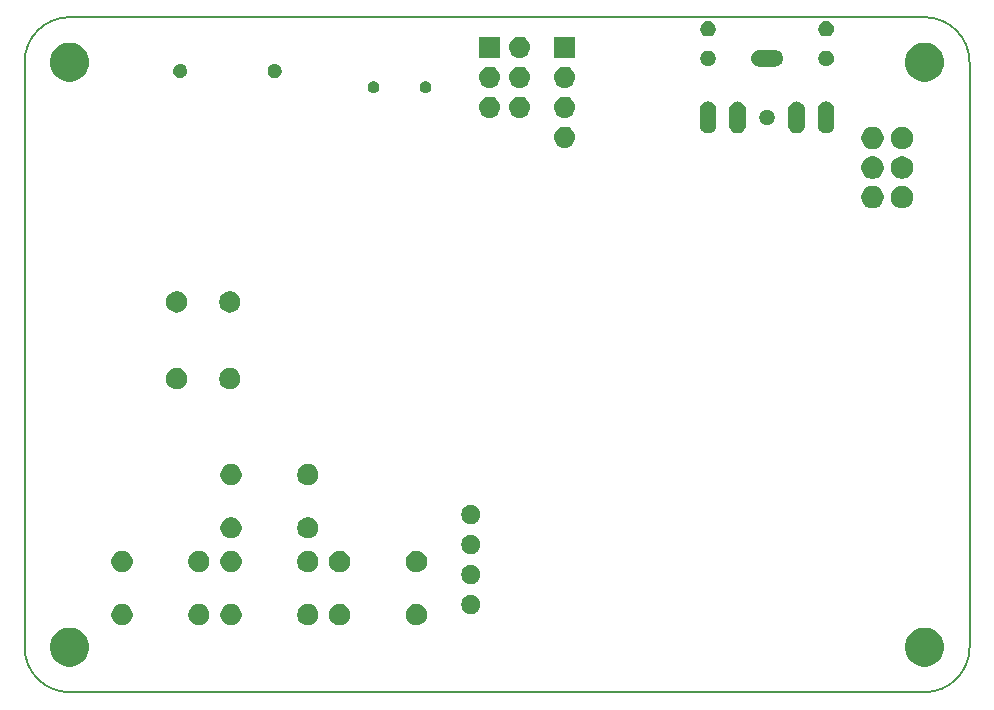
<source format=gbr>
%TF.GenerationSoftware,KiCad,Pcbnew,(5.1.4-0-10_14)*%
%TF.CreationDate,2019-10-07T11:49:19-07:00*%
%TF.ProjectId,OPL3_VGM_Player,4f504c33-5f56-4474-9d5f-506c61796572,rev?*%
%TF.SameCoordinates,Original*%
%TF.FileFunction,Soldermask,Bot*%
%TF.FilePolarity,Negative*%
%FSLAX46Y46*%
G04 Gerber Fmt 4.6, Leading zero omitted, Abs format (unit mm)*
G04 Created by KiCad (PCBNEW (5.1.4-0-10_14)) date 2019-10-07 11:49:19*
%MOMM*%
%LPD*%
G04 APERTURE LIST*
%ADD10C,0.150000*%
G04 APERTURE END LIST*
D10*
X153670000Y-140970000D02*
X226060000Y-140970000D01*
X149860000Y-87630000D02*
X149860000Y-137160000D01*
X226060000Y-83820000D02*
X153670000Y-83820000D01*
X229870000Y-137160000D02*
X229870000Y-87630000D01*
X229870000Y-137160000D02*
G75*
G02X226060000Y-140970000I-3810000J0D01*
G01*
X153670000Y-140970000D02*
G75*
G02X149860000Y-137160000I0J3810000D01*
G01*
X149860000Y-87630000D02*
G75*
G02X153670000Y-83820000I3810000J0D01*
G01*
X226060000Y-83820000D02*
G75*
G02X229870000Y-87630000I0J-3810000D01*
G01*
G36*
X226435256Y-135551298D02*
G01*
X226541579Y-135572447D01*
X226842042Y-135696903D01*
X227112451Y-135877585D01*
X227342415Y-136107549D01*
X227523097Y-136377958D01*
X227647553Y-136678421D01*
X227711000Y-136997391D01*
X227711000Y-137322609D01*
X227647553Y-137641579D01*
X227523097Y-137942042D01*
X227342415Y-138212451D01*
X227112451Y-138442415D01*
X226842042Y-138623097D01*
X226541579Y-138747553D01*
X226435256Y-138768702D01*
X226222611Y-138811000D01*
X225897389Y-138811000D01*
X225684744Y-138768702D01*
X225578421Y-138747553D01*
X225277958Y-138623097D01*
X225007549Y-138442415D01*
X224777585Y-138212451D01*
X224596903Y-137942042D01*
X224472447Y-137641579D01*
X224409000Y-137322609D01*
X224409000Y-136997391D01*
X224472447Y-136678421D01*
X224596903Y-136377958D01*
X224777585Y-136107549D01*
X225007549Y-135877585D01*
X225277958Y-135696903D01*
X225578421Y-135572447D01*
X225684744Y-135551298D01*
X225897389Y-135509000D01*
X226222611Y-135509000D01*
X226435256Y-135551298D01*
X226435256Y-135551298D01*
G37*
G36*
X154045256Y-135551298D02*
G01*
X154151579Y-135572447D01*
X154452042Y-135696903D01*
X154722451Y-135877585D01*
X154952415Y-136107549D01*
X155133097Y-136377958D01*
X155257553Y-136678421D01*
X155321000Y-136997391D01*
X155321000Y-137322609D01*
X155257553Y-137641579D01*
X155133097Y-137942042D01*
X154952415Y-138212451D01*
X154722451Y-138442415D01*
X154452042Y-138623097D01*
X154151579Y-138747553D01*
X154045256Y-138768702D01*
X153832611Y-138811000D01*
X153507389Y-138811000D01*
X153294744Y-138768702D01*
X153188421Y-138747553D01*
X152887958Y-138623097D01*
X152617549Y-138442415D01*
X152387585Y-138212451D01*
X152206903Y-137942042D01*
X152082447Y-137641579D01*
X152019000Y-137322609D01*
X152019000Y-136997391D01*
X152082447Y-136678421D01*
X152206903Y-136377958D01*
X152387585Y-136107549D01*
X152617549Y-135877585D01*
X152887958Y-135696903D01*
X153188421Y-135572447D01*
X153294744Y-135551298D01*
X153507389Y-135509000D01*
X153832611Y-135509000D01*
X154045256Y-135551298D01*
X154045256Y-135551298D01*
G37*
G36*
X183143512Y-133512227D02*
G01*
X183292812Y-133541924D01*
X183456784Y-133609844D01*
X183604354Y-133708447D01*
X183729853Y-133833946D01*
X183828456Y-133981516D01*
X183896376Y-134145488D01*
X183931000Y-134319559D01*
X183931000Y-134497041D01*
X183896376Y-134671112D01*
X183828456Y-134835084D01*
X183729853Y-134982654D01*
X183604354Y-135108153D01*
X183456784Y-135206756D01*
X183292812Y-135274676D01*
X183143512Y-135304373D01*
X183118742Y-135309300D01*
X182941258Y-135309300D01*
X182916488Y-135304373D01*
X182767188Y-135274676D01*
X182603216Y-135206756D01*
X182455646Y-135108153D01*
X182330147Y-134982654D01*
X182231544Y-134835084D01*
X182163624Y-134671112D01*
X182129000Y-134497041D01*
X182129000Y-134319559D01*
X182163624Y-134145488D01*
X182231544Y-133981516D01*
X182330147Y-133833946D01*
X182455646Y-133708447D01*
X182603216Y-133609844D01*
X182767188Y-133541924D01*
X182916488Y-133512227D01*
X182941258Y-133507300D01*
X183118742Y-133507300D01*
X183143512Y-133512227D01*
X183143512Y-133512227D01*
G37*
G36*
X176643512Y-133512227D02*
G01*
X176792812Y-133541924D01*
X176956784Y-133609844D01*
X177104354Y-133708447D01*
X177229853Y-133833946D01*
X177328456Y-133981516D01*
X177396376Y-134145488D01*
X177431000Y-134319559D01*
X177431000Y-134497041D01*
X177396376Y-134671112D01*
X177328456Y-134835084D01*
X177229853Y-134982654D01*
X177104354Y-135108153D01*
X176956784Y-135206756D01*
X176792812Y-135274676D01*
X176643512Y-135304373D01*
X176618742Y-135309300D01*
X176441258Y-135309300D01*
X176416488Y-135304373D01*
X176267188Y-135274676D01*
X176103216Y-135206756D01*
X175955646Y-135108153D01*
X175830147Y-134982654D01*
X175731544Y-134835084D01*
X175663624Y-134671112D01*
X175629000Y-134497041D01*
X175629000Y-134319559D01*
X175663624Y-134145488D01*
X175731544Y-133981516D01*
X175830147Y-133833946D01*
X175955646Y-133708447D01*
X176103216Y-133609844D01*
X176267188Y-133541924D01*
X176416488Y-133512227D01*
X176441258Y-133507300D01*
X176618742Y-133507300D01*
X176643512Y-133512227D01*
X176643512Y-133512227D01*
G37*
G36*
X173948712Y-133512227D02*
G01*
X174098012Y-133541924D01*
X174261984Y-133609844D01*
X174409554Y-133708447D01*
X174535053Y-133833946D01*
X174633656Y-133981516D01*
X174701576Y-134145488D01*
X174736200Y-134319559D01*
X174736200Y-134497041D01*
X174701576Y-134671112D01*
X174633656Y-134835084D01*
X174535053Y-134982654D01*
X174409554Y-135108153D01*
X174261984Y-135206756D01*
X174098012Y-135274676D01*
X173948712Y-135304373D01*
X173923942Y-135309300D01*
X173746458Y-135309300D01*
X173721688Y-135304373D01*
X173572388Y-135274676D01*
X173408416Y-135206756D01*
X173260846Y-135108153D01*
X173135347Y-134982654D01*
X173036744Y-134835084D01*
X172968824Y-134671112D01*
X172934200Y-134497041D01*
X172934200Y-134319559D01*
X172968824Y-134145488D01*
X173036744Y-133981516D01*
X173135347Y-133833946D01*
X173260846Y-133708447D01*
X173408416Y-133609844D01*
X173572388Y-133541924D01*
X173721688Y-133512227D01*
X173746458Y-133507300D01*
X173923942Y-133507300D01*
X173948712Y-133512227D01*
X173948712Y-133512227D01*
G37*
G36*
X167448712Y-133512227D02*
G01*
X167598012Y-133541924D01*
X167761984Y-133609844D01*
X167909554Y-133708447D01*
X168035053Y-133833946D01*
X168133656Y-133981516D01*
X168201576Y-134145488D01*
X168236200Y-134319559D01*
X168236200Y-134497041D01*
X168201576Y-134671112D01*
X168133656Y-134835084D01*
X168035053Y-134982654D01*
X167909554Y-135108153D01*
X167761984Y-135206756D01*
X167598012Y-135274676D01*
X167448712Y-135304373D01*
X167423942Y-135309300D01*
X167246458Y-135309300D01*
X167221688Y-135304373D01*
X167072388Y-135274676D01*
X166908416Y-135206756D01*
X166760846Y-135108153D01*
X166635347Y-134982654D01*
X166536744Y-134835084D01*
X166468824Y-134671112D01*
X166434200Y-134497041D01*
X166434200Y-134319559D01*
X166468824Y-134145488D01*
X166536744Y-133981516D01*
X166635347Y-133833946D01*
X166760846Y-133708447D01*
X166908416Y-133609844D01*
X167072388Y-133541924D01*
X167221688Y-133512227D01*
X167246458Y-133507300D01*
X167423942Y-133507300D01*
X167448712Y-133512227D01*
X167448712Y-133512227D01*
G37*
G36*
X164728512Y-133512227D02*
G01*
X164877812Y-133541924D01*
X165041784Y-133609844D01*
X165189354Y-133708447D01*
X165314853Y-133833946D01*
X165413456Y-133981516D01*
X165481376Y-134145488D01*
X165516000Y-134319559D01*
X165516000Y-134497041D01*
X165481376Y-134671112D01*
X165413456Y-134835084D01*
X165314853Y-134982654D01*
X165189354Y-135108153D01*
X165041784Y-135206756D01*
X164877812Y-135274676D01*
X164728512Y-135304373D01*
X164703742Y-135309300D01*
X164526258Y-135309300D01*
X164501488Y-135304373D01*
X164352188Y-135274676D01*
X164188216Y-135206756D01*
X164040646Y-135108153D01*
X163915147Y-134982654D01*
X163816544Y-134835084D01*
X163748624Y-134671112D01*
X163714000Y-134497041D01*
X163714000Y-134319559D01*
X163748624Y-134145488D01*
X163816544Y-133981516D01*
X163915147Y-133833946D01*
X164040646Y-133708447D01*
X164188216Y-133609844D01*
X164352188Y-133541924D01*
X164501488Y-133512227D01*
X164526258Y-133507300D01*
X164703742Y-133507300D01*
X164728512Y-133512227D01*
X164728512Y-133512227D01*
G37*
G36*
X158228512Y-133512227D02*
G01*
X158377812Y-133541924D01*
X158541784Y-133609844D01*
X158689354Y-133708447D01*
X158814853Y-133833946D01*
X158913456Y-133981516D01*
X158981376Y-134145488D01*
X159016000Y-134319559D01*
X159016000Y-134497041D01*
X158981376Y-134671112D01*
X158913456Y-134835084D01*
X158814853Y-134982654D01*
X158689354Y-135108153D01*
X158541784Y-135206756D01*
X158377812Y-135274676D01*
X158228512Y-135304373D01*
X158203742Y-135309300D01*
X158026258Y-135309300D01*
X158001488Y-135304373D01*
X157852188Y-135274676D01*
X157688216Y-135206756D01*
X157540646Y-135108153D01*
X157415147Y-134982654D01*
X157316544Y-134835084D01*
X157248624Y-134671112D01*
X157214000Y-134497041D01*
X157214000Y-134319559D01*
X157248624Y-134145488D01*
X157316544Y-133981516D01*
X157415147Y-133833946D01*
X157540646Y-133708447D01*
X157688216Y-133609844D01*
X157852188Y-133541924D01*
X158001488Y-133512227D01*
X158026258Y-133507300D01*
X158203742Y-133507300D01*
X158228512Y-133512227D01*
X158228512Y-133512227D01*
G37*
G36*
X187885742Y-132758242D02*
G01*
X188033701Y-132819529D01*
X188166855Y-132908499D01*
X188280101Y-133021745D01*
X188369071Y-133154899D01*
X188430358Y-133302858D01*
X188461600Y-133459925D01*
X188461600Y-133620075D01*
X188430358Y-133777142D01*
X188369071Y-133925101D01*
X188280101Y-134058255D01*
X188166855Y-134171501D01*
X188033701Y-134260471D01*
X187885742Y-134321758D01*
X187728675Y-134353000D01*
X187568525Y-134353000D01*
X187411458Y-134321758D01*
X187263499Y-134260471D01*
X187130345Y-134171501D01*
X187017099Y-134058255D01*
X186928129Y-133925101D01*
X186866842Y-133777142D01*
X186835600Y-133620075D01*
X186835600Y-133459925D01*
X186866842Y-133302858D01*
X186928129Y-133154899D01*
X187017099Y-133021745D01*
X187130345Y-132908499D01*
X187263499Y-132819529D01*
X187411458Y-132758242D01*
X187568525Y-132727000D01*
X187728675Y-132727000D01*
X187885742Y-132758242D01*
X187885742Y-132758242D01*
G37*
G36*
X187885742Y-130218242D02*
G01*
X188033701Y-130279529D01*
X188166855Y-130368499D01*
X188280101Y-130481745D01*
X188369071Y-130614899D01*
X188430358Y-130762858D01*
X188461600Y-130919925D01*
X188461600Y-131080075D01*
X188430358Y-131237142D01*
X188369071Y-131385101D01*
X188280101Y-131518255D01*
X188166855Y-131631501D01*
X188033701Y-131720471D01*
X187885742Y-131781758D01*
X187728675Y-131813000D01*
X187568525Y-131813000D01*
X187411458Y-131781758D01*
X187263499Y-131720471D01*
X187130345Y-131631501D01*
X187017099Y-131518255D01*
X186928129Y-131385101D01*
X186866842Y-131237142D01*
X186835600Y-131080075D01*
X186835600Y-130919925D01*
X186866842Y-130762858D01*
X186928129Y-130614899D01*
X187017099Y-130481745D01*
X187130345Y-130368499D01*
X187263499Y-130279529D01*
X187411458Y-130218242D01*
X187568525Y-130187000D01*
X187728675Y-130187000D01*
X187885742Y-130218242D01*
X187885742Y-130218242D01*
G37*
G36*
X158228512Y-129012227D02*
G01*
X158377812Y-129041924D01*
X158541784Y-129109844D01*
X158689354Y-129208447D01*
X158814853Y-129333946D01*
X158913456Y-129481516D01*
X158981376Y-129645488D01*
X159016000Y-129819559D01*
X159016000Y-129997041D01*
X158981376Y-130171112D01*
X158913456Y-130335084D01*
X158814853Y-130482654D01*
X158689354Y-130608153D01*
X158541784Y-130706756D01*
X158377812Y-130774676D01*
X158228512Y-130804373D01*
X158203742Y-130809300D01*
X158026258Y-130809300D01*
X158001488Y-130804373D01*
X157852188Y-130774676D01*
X157688216Y-130706756D01*
X157540646Y-130608153D01*
X157415147Y-130482654D01*
X157316544Y-130335084D01*
X157248624Y-130171112D01*
X157214000Y-129997041D01*
X157214000Y-129819559D01*
X157248624Y-129645488D01*
X157316544Y-129481516D01*
X157415147Y-129333946D01*
X157540646Y-129208447D01*
X157688216Y-129109844D01*
X157852188Y-129041924D01*
X158001488Y-129012227D01*
X158026258Y-129007300D01*
X158203742Y-129007300D01*
X158228512Y-129012227D01*
X158228512Y-129012227D01*
G37*
G36*
X164728512Y-129012227D02*
G01*
X164877812Y-129041924D01*
X165041784Y-129109844D01*
X165189354Y-129208447D01*
X165314853Y-129333946D01*
X165413456Y-129481516D01*
X165481376Y-129645488D01*
X165516000Y-129819559D01*
X165516000Y-129997041D01*
X165481376Y-130171112D01*
X165413456Y-130335084D01*
X165314853Y-130482654D01*
X165189354Y-130608153D01*
X165041784Y-130706756D01*
X164877812Y-130774676D01*
X164728512Y-130804373D01*
X164703742Y-130809300D01*
X164526258Y-130809300D01*
X164501488Y-130804373D01*
X164352188Y-130774676D01*
X164188216Y-130706756D01*
X164040646Y-130608153D01*
X163915147Y-130482654D01*
X163816544Y-130335084D01*
X163748624Y-130171112D01*
X163714000Y-129997041D01*
X163714000Y-129819559D01*
X163748624Y-129645488D01*
X163816544Y-129481516D01*
X163915147Y-129333946D01*
X164040646Y-129208447D01*
X164188216Y-129109844D01*
X164352188Y-129041924D01*
X164501488Y-129012227D01*
X164526258Y-129007300D01*
X164703742Y-129007300D01*
X164728512Y-129012227D01*
X164728512Y-129012227D01*
G37*
G36*
X183143512Y-129012227D02*
G01*
X183292812Y-129041924D01*
X183456784Y-129109844D01*
X183604354Y-129208447D01*
X183729853Y-129333946D01*
X183828456Y-129481516D01*
X183896376Y-129645488D01*
X183931000Y-129819559D01*
X183931000Y-129997041D01*
X183896376Y-130171112D01*
X183828456Y-130335084D01*
X183729853Y-130482654D01*
X183604354Y-130608153D01*
X183456784Y-130706756D01*
X183292812Y-130774676D01*
X183143512Y-130804373D01*
X183118742Y-130809300D01*
X182941258Y-130809300D01*
X182916488Y-130804373D01*
X182767188Y-130774676D01*
X182603216Y-130706756D01*
X182455646Y-130608153D01*
X182330147Y-130482654D01*
X182231544Y-130335084D01*
X182163624Y-130171112D01*
X182129000Y-129997041D01*
X182129000Y-129819559D01*
X182163624Y-129645488D01*
X182231544Y-129481516D01*
X182330147Y-129333946D01*
X182455646Y-129208447D01*
X182603216Y-129109844D01*
X182767188Y-129041924D01*
X182916488Y-129012227D01*
X182941258Y-129007300D01*
X183118742Y-129007300D01*
X183143512Y-129012227D01*
X183143512Y-129012227D01*
G37*
G36*
X176643512Y-129012227D02*
G01*
X176792812Y-129041924D01*
X176956784Y-129109844D01*
X177104354Y-129208447D01*
X177229853Y-129333946D01*
X177328456Y-129481516D01*
X177396376Y-129645488D01*
X177431000Y-129819559D01*
X177431000Y-129997041D01*
X177396376Y-130171112D01*
X177328456Y-130335084D01*
X177229853Y-130482654D01*
X177104354Y-130608153D01*
X176956784Y-130706756D01*
X176792812Y-130774676D01*
X176643512Y-130804373D01*
X176618742Y-130809300D01*
X176441258Y-130809300D01*
X176416488Y-130804373D01*
X176267188Y-130774676D01*
X176103216Y-130706756D01*
X175955646Y-130608153D01*
X175830147Y-130482654D01*
X175731544Y-130335084D01*
X175663624Y-130171112D01*
X175629000Y-129997041D01*
X175629000Y-129819559D01*
X175663624Y-129645488D01*
X175731544Y-129481516D01*
X175830147Y-129333946D01*
X175955646Y-129208447D01*
X176103216Y-129109844D01*
X176267188Y-129041924D01*
X176416488Y-129012227D01*
X176441258Y-129007300D01*
X176618742Y-129007300D01*
X176643512Y-129012227D01*
X176643512Y-129012227D01*
G37*
G36*
X167448712Y-129012227D02*
G01*
X167598012Y-129041924D01*
X167761984Y-129109844D01*
X167909554Y-129208447D01*
X168035053Y-129333946D01*
X168133656Y-129481516D01*
X168201576Y-129645488D01*
X168236200Y-129819559D01*
X168236200Y-129997041D01*
X168201576Y-130171112D01*
X168133656Y-130335084D01*
X168035053Y-130482654D01*
X167909554Y-130608153D01*
X167761984Y-130706756D01*
X167598012Y-130774676D01*
X167448712Y-130804373D01*
X167423942Y-130809300D01*
X167246458Y-130809300D01*
X167221688Y-130804373D01*
X167072388Y-130774676D01*
X166908416Y-130706756D01*
X166760846Y-130608153D01*
X166635347Y-130482654D01*
X166536744Y-130335084D01*
X166468824Y-130171112D01*
X166434200Y-129997041D01*
X166434200Y-129819559D01*
X166468824Y-129645488D01*
X166536744Y-129481516D01*
X166635347Y-129333946D01*
X166760846Y-129208447D01*
X166908416Y-129109844D01*
X167072388Y-129041924D01*
X167221688Y-129012227D01*
X167246458Y-129007300D01*
X167423942Y-129007300D01*
X167448712Y-129012227D01*
X167448712Y-129012227D01*
G37*
G36*
X173948712Y-129012227D02*
G01*
X174098012Y-129041924D01*
X174261984Y-129109844D01*
X174409554Y-129208447D01*
X174535053Y-129333946D01*
X174633656Y-129481516D01*
X174701576Y-129645488D01*
X174736200Y-129819559D01*
X174736200Y-129997041D01*
X174701576Y-130171112D01*
X174633656Y-130335084D01*
X174535053Y-130482654D01*
X174409554Y-130608153D01*
X174261984Y-130706756D01*
X174098012Y-130774676D01*
X173948712Y-130804373D01*
X173923942Y-130809300D01*
X173746458Y-130809300D01*
X173721688Y-130804373D01*
X173572388Y-130774676D01*
X173408416Y-130706756D01*
X173260846Y-130608153D01*
X173135347Y-130482654D01*
X173036744Y-130335084D01*
X172968824Y-130171112D01*
X172934200Y-129997041D01*
X172934200Y-129819559D01*
X172968824Y-129645488D01*
X173036744Y-129481516D01*
X173135347Y-129333946D01*
X173260846Y-129208447D01*
X173408416Y-129109844D01*
X173572388Y-129041924D01*
X173721688Y-129012227D01*
X173746458Y-129007300D01*
X173923942Y-129007300D01*
X173948712Y-129012227D01*
X173948712Y-129012227D01*
G37*
G36*
X187885742Y-127678242D02*
G01*
X188033701Y-127739529D01*
X188166855Y-127828499D01*
X188280101Y-127941745D01*
X188369071Y-128074899D01*
X188430358Y-128222858D01*
X188461600Y-128379925D01*
X188461600Y-128540075D01*
X188430358Y-128697142D01*
X188369071Y-128845101D01*
X188280101Y-128978255D01*
X188166855Y-129091501D01*
X188033701Y-129180471D01*
X187885742Y-129241758D01*
X187728675Y-129273000D01*
X187568525Y-129273000D01*
X187411458Y-129241758D01*
X187263499Y-129180471D01*
X187130345Y-129091501D01*
X187017099Y-128978255D01*
X186928129Y-128845101D01*
X186866842Y-128697142D01*
X186835600Y-128540075D01*
X186835600Y-128379925D01*
X186866842Y-128222858D01*
X186928129Y-128074899D01*
X187017099Y-127941745D01*
X187130345Y-127828499D01*
X187263499Y-127739529D01*
X187411458Y-127678242D01*
X187568525Y-127647000D01*
X187728675Y-127647000D01*
X187885742Y-127678242D01*
X187885742Y-127678242D01*
G37*
G36*
X167448712Y-126158927D02*
G01*
X167598012Y-126188624D01*
X167761984Y-126256544D01*
X167909554Y-126355147D01*
X168035053Y-126480646D01*
X168133656Y-126628216D01*
X168201576Y-126792188D01*
X168236200Y-126966259D01*
X168236200Y-127143741D01*
X168201576Y-127317812D01*
X168133656Y-127481784D01*
X168035053Y-127629354D01*
X167909554Y-127754853D01*
X167761984Y-127853456D01*
X167598012Y-127921376D01*
X167448712Y-127951073D01*
X167423942Y-127956000D01*
X167246458Y-127956000D01*
X167221688Y-127951073D01*
X167072388Y-127921376D01*
X166908416Y-127853456D01*
X166760846Y-127754853D01*
X166635347Y-127629354D01*
X166536744Y-127481784D01*
X166468824Y-127317812D01*
X166434200Y-127143741D01*
X166434200Y-126966259D01*
X166468824Y-126792188D01*
X166536744Y-126628216D01*
X166635347Y-126480646D01*
X166760846Y-126355147D01*
X166908416Y-126256544D01*
X167072388Y-126188624D01*
X167221688Y-126158927D01*
X167246458Y-126154000D01*
X167423942Y-126154000D01*
X167448712Y-126158927D01*
X167448712Y-126158927D01*
G37*
G36*
X173948712Y-126158927D02*
G01*
X174098012Y-126188624D01*
X174261984Y-126256544D01*
X174409554Y-126355147D01*
X174535053Y-126480646D01*
X174633656Y-126628216D01*
X174701576Y-126792188D01*
X174736200Y-126966259D01*
X174736200Y-127143741D01*
X174701576Y-127317812D01*
X174633656Y-127481784D01*
X174535053Y-127629354D01*
X174409554Y-127754853D01*
X174261984Y-127853456D01*
X174098012Y-127921376D01*
X173948712Y-127951073D01*
X173923942Y-127956000D01*
X173746458Y-127956000D01*
X173721688Y-127951073D01*
X173572388Y-127921376D01*
X173408416Y-127853456D01*
X173260846Y-127754853D01*
X173135347Y-127629354D01*
X173036744Y-127481784D01*
X172968824Y-127317812D01*
X172934200Y-127143741D01*
X172934200Y-126966259D01*
X172968824Y-126792188D01*
X173036744Y-126628216D01*
X173135347Y-126480646D01*
X173260846Y-126355147D01*
X173408416Y-126256544D01*
X173572388Y-126188624D01*
X173721688Y-126158927D01*
X173746458Y-126154000D01*
X173923942Y-126154000D01*
X173948712Y-126158927D01*
X173948712Y-126158927D01*
G37*
G36*
X187885742Y-125138242D02*
G01*
X188033701Y-125199529D01*
X188166855Y-125288499D01*
X188280101Y-125401745D01*
X188369071Y-125534899D01*
X188430358Y-125682858D01*
X188461600Y-125839925D01*
X188461600Y-126000075D01*
X188430358Y-126157142D01*
X188369071Y-126305101D01*
X188280101Y-126438255D01*
X188166855Y-126551501D01*
X188033701Y-126640471D01*
X187885742Y-126701758D01*
X187728675Y-126733000D01*
X187568525Y-126733000D01*
X187411458Y-126701758D01*
X187263499Y-126640471D01*
X187130345Y-126551501D01*
X187017099Y-126438255D01*
X186928129Y-126305101D01*
X186866842Y-126157142D01*
X186835600Y-126000075D01*
X186835600Y-125839925D01*
X186866842Y-125682858D01*
X186928129Y-125534899D01*
X187017099Y-125401745D01*
X187130345Y-125288499D01*
X187263499Y-125199529D01*
X187411458Y-125138242D01*
X187568525Y-125107000D01*
X187728675Y-125107000D01*
X187885742Y-125138242D01*
X187885742Y-125138242D01*
G37*
G36*
X167448712Y-121658927D02*
G01*
X167598012Y-121688624D01*
X167761984Y-121756544D01*
X167909554Y-121855147D01*
X168035053Y-121980646D01*
X168133656Y-122128216D01*
X168201576Y-122292188D01*
X168236200Y-122466259D01*
X168236200Y-122643741D01*
X168201576Y-122817812D01*
X168133656Y-122981784D01*
X168035053Y-123129354D01*
X167909554Y-123254853D01*
X167761984Y-123353456D01*
X167598012Y-123421376D01*
X167448712Y-123451073D01*
X167423942Y-123456000D01*
X167246458Y-123456000D01*
X167221688Y-123451073D01*
X167072388Y-123421376D01*
X166908416Y-123353456D01*
X166760846Y-123254853D01*
X166635347Y-123129354D01*
X166536744Y-122981784D01*
X166468824Y-122817812D01*
X166434200Y-122643741D01*
X166434200Y-122466259D01*
X166468824Y-122292188D01*
X166536744Y-122128216D01*
X166635347Y-121980646D01*
X166760846Y-121855147D01*
X166908416Y-121756544D01*
X167072388Y-121688624D01*
X167221688Y-121658927D01*
X167246458Y-121654000D01*
X167423942Y-121654000D01*
X167448712Y-121658927D01*
X167448712Y-121658927D01*
G37*
G36*
X173948712Y-121658927D02*
G01*
X174098012Y-121688624D01*
X174261984Y-121756544D01*
X174409554Y-121855147D01*
X174535053Y-121980646D01*
X174633656Y-122128216D01*
X174701576Y-122292188D01*
X174736200Y-122466259D01*
X174736200Y-122643741D01*
X174701576Y-122817812D01*
X174633656Y-122981784D01*
X174535053Y-123129354D01*
X174409554Y-123254853D01*
X174261984Y-123353456D01*
X174098012Y-123421376D01*
X173948712Y-123451073D01*
X173923942Y-123456000D01*
X173746458Y-123456000D01*
X173721688Y-123451073D01*
X173572388Y-123421376D01*
X173408416Y-123353456D01*
X173260846Y-123254853D01*
X173135347Y-123129354D01*
X173036744Y-122981784D01*
X172968824Y-122817812D01*
X172934200Y-122643741D01*
X172934200Y-122466259D01*
X172968824Y-122292188D01*
X173036744Y-122128216D01*
X173135347Y-121980646D01*
X173260846Y-121855147D01*
X173408416Y-121756544D01*
X173572388Y-121688624D01*
X173721688Y-121658927D01*
X173746458Y-121654000D01*
X173923942Y-121654000D01*
X173948712Y-121658927D01*
X173948712Y-121658927D01*
G37*
G36*
X162847112Y-113528527D02*
G01*
X162996412Y-113558224D01*
X163160384Y-113626144D01*
X163307954Y-113724747D01*
X163433453Y-113850246D01*
X163532056Y-113997816D01*
X163599976Y-114161788D01*
X163634600Y-114335859D01*
X163634600Y-114513341D01*
X163599976Y-114687412D01*
X163532056Y-114851384D01*
X163433453Y-114998954D01*
X163307954Y-115124453D01*
X163160384Y-115223056D01*
X162996412Y-115290976D01*
X162847112Y-115320673D01*
X162822342Y-115325600D01*
X162644858Y-115325600D01*
X162620088Y-115320673D01*
X162470788Y-115290976D01*
X162306816Y-115223056D01*
X162159246Y-115124453D01*
X162033747Y-114998954D01*
X161935144Y-114851384D01*
X161867224Y-114687412D01*
X161832600Y-114513341D01*
X161832600Y-114335859D01*
X161867224Y-114161788D01*
X161935144Y-113997816D01*
X162033747Y-113850246D01*
X162159246Y-113724747D01*
X162306816Y-113626144D01*
X162470788Y-113558224D01*
X162620088Y-113528527D01*
X162644858Y-113523600D01*
X162822342Y-113523600D01*
X162847112Y-113528527D01*
X162847112Y-113528527D01*
G37*
G36*
X167347112Y-113528527D02*
G01*
X167496412Y-113558224D01*
X167660384Y-113626144D01*
X167807954Y-113724747D01*
X167933453Y-113850246D01*
X168032056Y-113997816D01*
X168099976Y-114161788D01*
X168134600Y-114335859D01*
X168134600Y-114513341D01*
X168099976Y-114687412D01*
X168032056Y-114851384D01*
X167933453Y-114998954D01*
X167807954Y-115124453D01*
X167660384Y-115223056D01*
X167496412Y-115290976D01*
X167347112Y-115320673D01*
X167322342Y-115325600D01*
X167144858Y-115325600D01*
X167120088Y-115320673D01*
X166970788Y-115290976D01*
X166806816Y-115223056D01*
X166659246Y-115124453D01*
X166533747Y-114998954D01*
X166435144Y-114851384D01*
X166367224Y-114687412D01*
X166332600Y-114513341D01*
X166332600Y-114335859D01*
X166367224Y-114161788D01*
X166435144Y-113997816D01*
X166533747Y-113850246D01*
X166659246Y-113724747D01*
X166806816Y-113626144D01*
X166970788Y-113558224D01*
X167120088Y-113528527D01*
X167144858Y-113523600D01*
X167322342Y-113523600D01*
X167347112Y-113528527D01*
X167347112Y-113528527D01*
G37*
G36*
X162847112Y-107028527D02*
G01*
X162996412Y-107058224D01*
X163160384Y-107126144D01*
X163307954Y-107224747D01*
X163433453Y-107350246D01*
X163532056Y-107497816D01*
X163599976Y-107661788D01*
X163634600Y-107835859D01*
X163634600Y-108013341D01*
X163599976Y-108187412D01*
X163532056Y-108351384D01*
X163433453Y-108498954D01*
X163307954Y-108624453D01*
X163160384Y-108723056D01*
X162996412Y-108790976D01*
X162847112Y-108820673D01*
X162822342Y-108825600D01*
X162644858Y-108825600D01*
X162620088Y-108820673D01*
X162470788Y-108790976D01*
X162306816Y-108723056D01*
X162159246Y-108624453D01*
X162033747Y-108498954D01*
X161935144Y-108351384D01*
X161867224Y-108187412D01*
X161832600Y-108013341D01*
X161832600Y-107835859D01*
X161867224Y-107661788D01*
X161935144Y-107497816D01*
X162033747Y-107350246D01*
X162159246Y-107224747D01*
X162306816Y-107126144D01*
X162470788Y-107058224D01*
X162620088Y-107028527D01*
X162644858Y-107023600D01*
X162822342Y-107023600D01*
X162847112Y-107028527D01*
X162847112Y-107028527D01*
G37*
G36*
X167347112Y-107028527D02*
G01*
X167496412Y-107058224D01*
X167660384Y-107126144D01*
X167807954Y-107224747D01*
X167933453Y-107350246D01*
X168032056Y-107497816D01*
X168099976Y-107661788D01*
X168134600Y-107835859D01*
X168134600Y-108013341D01*
X168099976Y-108187412D01*
X168032056Y-108351384D01*
X167933453Y-108498954D01*
X167807954Y-108624453D01*
X167660384Y-108723056D01*
X167496412Y-108790976D01*
X167347112Y-108820673D01*
X167322342Y-108825600D01*
X167144858Y-108825600D01*
X167120088Y-108820673D01*
X166970788Y-108790976D01*
X166806816Y-108723056D01*
X166659246Y-108624453D01*
X166533747Y-108498954D01*
X166435144Y-108351384D01*
X166367224Y-108187412D01*
X166332600Y-108013341D01*
X166332600Y-107835859D01*
X166367224Y-107661788D01*
X166435144Y-107497816D01*
X166533747Y-107350246D01*
X166659246Y-107224747D01*
X166806816Y-107126144D01*
X166970788Y-107058224D01*
X167120088Y-107028527D01*
X167144858Y-107023600D01*
X167322342Y-107023600D01*
X167347112Y-107028527D01*
X167347112Y-107028527D01*
G37*
G36*
X224432395Y-98145546D02*
G01*
X224605466Y-98217234D01*
X224605467Y-98217235D01*
X224761227Y-98321310D01*
X224893690Y-98453773D01*
X224893691Y-98453775D01*
X224997766Y-98609534D01*
X225069454Y-98782605D01*
X225106000Y-98966333D01*
X225106000Y-99153667D01*
X225069454Y-99337395D01*
X224997766Y-99510466D01*
X224997765Y-99510467D01*
X224893690Y-99666227D01*
X224761227Y-99798690D01*
X224682818Y-99851081D01*
X224605466Y-99902766D01*
X224432395Y-99974454D01*
X224248667Y-100011000D01*
X224061333Y-100011000D01*
X223877605Y-99974454D01*
X223704534Y-99902766D01*
X223627182Y-99851081D01*
X223548773Y-99798690D01*
X223416310Y-99666227D01*
X223312235Y-99510467D01*
X223312234Y-99510466D01*
X223240546Y-99337395D01*
X223204000Y-99153667D01*
X223204000Y-98966333D01*
X223240546Y-98782605D01*
X223312234Y-98609534D01*
X223416309Y-98453775D01*
X223416310Y-98453773D01*
X223548773Y-98321310D01*
X223704533Y-98217235D01*
X223704534Y-98217234D01*
X223877605Y-98145546D01*
X224061333Y-98109000D01*
X224248667Y-98109000D01*
X224432395Y-98145546D01*
X224432395Y-98145546D01*
G37*
G36*
X221932395Y-98145546D02*
G01*
X222105466Y-98217234D01*
X222105467Y-98217235D01*
X222261227Y-98321310D01*
X222393690Y-98453773D01*
X222393691Y-98453775D01*
X222497766Y-98609534D01*
X222569454Y-98782605D01*
X222606000Y-98966333D01*
X222606000Y-99153667D01*
X222569454Y-99337395D01*
X222497766Y-99510466D01*
X222497765Y-99510467D01*
X222393690Y-99666227D01*
X222261227Y-99798690D01*
X222182818Y-99851081D01*
X222105466Y-99902766D01*
X221932395Y-99974454D01*
X221748667Y-100011000D01*
X221561333Y-100011000D01*
X221377605Y-99974454D01*
X221204534Y-99902766D01*
X221127182Y-99851081D01*
X221048773Y-99798690D01*
X220916310Y-99666227D01*
X220812235Y-99510467D01*
X220812234Y-99510466D01*
X220740546Y-99337395D01*
X220704000Y-99153667D01*
X220704000Y-98966333D01*
X220740546Y-98782605D01*
X220812234Y-98609534D01*
X220916309Y-98453775D01*
X220916310Y-98453773D01*
X221048773Y-98321310D01*
X221204533Y-98217235D01*
X221204534Y-98217234D01*
X221377605Y-98145546D01*
X221561333Y-98109000D01*
X221748667Y-98109000D01*
X221932395Y-98145546D01*
X221932395Y-98145546D01*
G37*
G36*
X224432395Y-95645546D02*
G01*
X224605466Y-95717234D01*
X224605467Y-95717235D01*
X224761227Y-95821310D01*
X224893690Y-95953773D01*
X224893691Y-95953775D01*
X224997766Y-96109534D01*
X225069454Y-96282605D01*
X225106000Y-96466333D01*
X225106000Y-96653667D01*
X225069454Y-96837395D01*
X224997766Y-97010466D01*
X224997765Y-97010467D01*
X224893690Y-97166227D01*
X224761227Y-97298690D01*
X224682818Y-97351081D01*
X224605466Y-97402766D01*
X224432395Y-97474454D01*
X224248667Y-97511000D01*
X224061333Y-97511000D01*
X223877605Y-97474454D01*
X223704534Y-97402766D01*
X223627182Y-97351081D01*
X223548773Y-97298690D01*
X223416310Y-97166227D01*
X223312235Y-97010467D01*
X223312234Y-97010466D01*
X223240546Y-96837395D01*
X223204000Y-96653667D01*
X223204000Y-96466333D01*
X223240546Y-96282605D01*
X223312234Y-96109534D01*
X223416309Y-95953775D01*
X223416310Y-95953773D01*
X223548773Y-95821310D01*
X223704533Y-95717235D01*
X223704534Y-95717234D01*
X223877605Y-95645546D01*
X224061333Y-95609000D01*
X224248667Y-95609000D01*
X224432395Y-95645546D01*
X224432395Y-95645546D01*
G37*
G36*
X221932395Y-95645546D02*
G01*
X222105466Y-95717234D01*
X222105467Y-95717235D01*
X222261227Y-95821310D01*
X222393690Y-95953773D01*
X222393691Y-95953775D01*
X222497766Y-96109534D01*
X222569454Y-96282605D01*
X222606000Y-96466333D01*
X222606000Y-96653667D01*
X222569454Y-96837395D01*
X222497766Y-97010466D01*
X222497765Y-97010467D01*
X222393690Y-97166227D01*
X222261227Y-97298690D01*
X222182818Y-97351081D01*
X222105466Y-97402766D01*
X221932395Y-97474454D01*
X221748667Y-97511000D01*
X221561333Y-97511000D01*
X221377605Y-97474454D01*
X221204534Y-97402766D01*
X221127182Y-97351081D01*
X221048773Y-97298690D01*
X220916310Y-97166227D01*
X220812235Y-97010467D01*
X220812234Y-97010466D01*
X220740546Y-96837395D01*
X220704000Y-96653667D01*
X220704000Y-96466333D01*
X220740546Y-96282605D01*
X220812234Y-96109534D01*
X220916309Y-95953775D01*
X220916310Y-95953773D01*
X221048773Y-95821310D01*
X221204533Y-95717235D01*
X221204534Y-95717234D01*
X221377605Y-95645546D01*
X221561333Y-95609000D01*
X221748667Y-95609000D01*
X221932395Y-95645546D01*
X221932395Y-95645546D01*
G37*
G36*
X224432395Y-93145546D02*
G01*
X224605466Y-93217234D01*
X224620414Y-93227222D01*
X224761227Y-93321310D01*
X224893690Y-93453773D01*
X224909217Y-93477011D01*
X224997766Y-93609534D01*
X225069454Y-93782605D01*
X225106000Y-93966333D01*
X225106000Y-94153667D01*
X225069454Y-94337395D01*
X224997766Y-94510466D01*
X224997765Y-94510467D01*
X224893690Y-94666227D01*
X224761227Y-94798690D01*
X224682818Y-94851081D01*
X224605466Y-94902766D01*
X224432395Y-94974454D01*
X224248667Y-95011000D01*
X224061333Y-95011000D01*
X223877605Y-94974454D01*
X223704534Y-94902766D01*
X223627182Y-94851081D01*
X223548773Y-94798690D01*
X223416310Y-94666227D01*
X223312235Y-94510467D01*
X223312234Y-94510466D01*
X223240546Y-94337395D01*
X223204000Y-94153667D01*
X223204000Y-93966333D01*
X223240546Y-93782605D01*
X223312234Y-93609534D01*
X223400783Y-93477011D01*
X223416310Y-93453773D01*
X223548773Y-93321310D01*
X223689586Y-93227222D01*
X223704534Y-93217234D01*
X223877605Y-93145546D01*
X224061333Y-93109000D01*
X224248667Y-93109000D01*
X224432395Y-93145546D01*
X224432395Y-93145546D01*
G37*
G36*
X221932395Y-93145546D02*
G01*
X222105466Y-93217234D01*
X222120414Y-93227222D01*
X222261227Y-93321310D01*
X222393690Y-93453773D01*
X222409217Y-93477011D01*
X222497766Y-93609534D01*
X222569454Y-93782605D01*
X222606000Y-93966333D01*
X222606000Y-94153667D01*
X222569454Y-94337395D01*
X222497766Y-94510466D01*
X222497765Y-94510467D01*
X222393690Y-94666227D01*
X222261227Y-94798690D01*
X222182818Y-94851081D01*
X222105466Y-94902766D01*
X221932395Y-94974454D01*
X221748667Y-95011000D01*
X221561333Y-95011000D01*
X221377605Y-94974454D01*
X221204534Y-94902766D01*
X221127182Y-94851081D01*
X221048773Y-94798690D01*
X220916310Y-94666227D01*
X220812235Y-94510467D01*
X220812234Y-94510466D01*
X220740546Y-94337395D01*
X220704000Y-94153667D01*
X220704000Y-93966333D01*
X220740546Y-93782605D01*
X220812234Y-93609534D01*
X220900783Y-93477011D01*
X220916310Y-93453773D01*
X221048773Y-93321310D01*
X221189586Y-93227222D01*
X221204534Y-93217234D01*
X221377605Y-93145546D01*
X221561333Y-93109000D01*
X221748667Y-93109000D01*
X221932395Y-93145546D01*
X221932395Y-93145546D01*
G37*
G36*
X195690443Y-93085519D02*
G01*
X195756627Y-93092037D01*
X195926466Y-93143557D01*
X196082991Y-93227222D01*
X196118729Y-93256552D01*
X196220186Y-93339814D01*
X196303448Y-93441271D01*
X196332778Y-93477009D01*
X196416443Y-93633534D01*
X196467963Y-93803373D01*
X196485359Y-93980000D01*
X196467963Y-94156627D01*
X196416443Y-94326466D01*
X196332778Y-94482991D01*
X196310230Y-94510466D01*
X196220186Y-94620186D01*
X196118729Y-94703448D01*
X196082991Y-94732778D01*
X195926466Y-94816443D01*
X195756627Y-94867963D01*
X195690443Y-94874481D01*
X195624260Y-94881000D01*
X195535740Y-94881000D01*
X195469557Y-94874481D01*
X195403373Y-94867963D01*
X195233534Y-94816443D01*
X195077009Y-94732778D01*
X195041271Y-94703448D01*
X194939814Y-94620186D01*
X194849770Y-94510466D01*
X194827222Y-94482991D01*
X194743557Y-94326466D01*
X194692037Y-94156627D01*
X194674641Y-93980000D01*
X194692037Y-93803373D01*
X194743557Y-93633534D01*
X194827222Y-93477009D01*
X194856552Y-93441271D01*
X194939814Y-93339814D01*
X195041271Y-93256552D01*
X195077009Y-93227222D01*
X195233534Y-93143557D01*
X195403373Y-93092037D01*
X195469557Y-93085519D01*
X195535740Y-93079000D01*
X195624260Y-93079000D01*
X195690443Y-93085519D01*
X195690443Y-93085519D01*
G37*
G36*
X207862421Y-90959143D02*
G01*
X207994557Y-90999227D01*
X207994559Y-90999228D01*
X208116339Y-91064320D01*
X208223080Y-91151920D01*
X208310680Y-91258661D01*
X208375772Y-91380441D01*
X208375773Y-91380443D01*
X208415857Y-91512579D01*
X208426000Y-91615568D01*
X208426000Y-92984432D01*
X208415857Y-93087421D01*
X208376477Y-93217235D01*
X208375772Y-93219559D01*
X208310681Y-93341338D01*
X208310679Y-93341340D01*
X208223080Y-93448080D01*
X208135480Y-93519971D01*
X208116338Y-93535680D01*
X207994558Y-93600772D01*
X207994556Y-93600773D01*
X207862420Y-93640857D01*
X207725000Y-93654391D01*
X207587579Y-93640857D01*
X207455443Y-93600773D01*
X207455441Y-93600772D01*
X207333661Y-93535680D01*
X207262173Y-93477011D01*
X207226920Y-93448080D01*
X207139321Y-93341339D01*
X207138506Y-93339814D01*
X207074228Y-93219558D01*
X207073523Y-93217234D01*
X207034143Y-93087420D01*
X207024000Y-92984431D01*
X207024001Y-91615568D01*
X207034144Y-91512579D01*
X207074228Y-91380443D01*
X207074229Y-91380441D01*
X207139321Y-91258661D01*
X207226921Y-91151920D01*
X207333662Y-91064320D01*
X207455442Y-90999228D01*
X207455444Y-90999227D01*
X207587580Y-90959143D01*
X207725000Y-90945609D01*
X207862421Y-90959143D01*
X207862421Y-90959143D01*
G37*
G36*
X217862421Y-90959143D02*
G01*
X217994557Y-90999227D01*
X217994559Y-90999228D01*
X218116339Y-91064320D01*
X218223080Y-91151920D01*
X218310680Y-91258661D01*
X218375772Y-91380441D01*
X218375773Y-91380443D01*
X218415857Y-91512579D01*
X218426000Y-91615568D01*
X218426000Y-92984432D01*
X218415857Y-93087421D01*
X218376477Y-93217235D01*
X218375772Y-93219559D01*
X218310681Y-93341338D01*
X218310679Y-93341340D01*
X218223080Y-93448080D01*
X218135480Y-93519971D01*
X218116338Y-93535680D01*
X217994558Y-93600772D01*
X217994556Y-93600773D01*
X217862420Y-93640857D01*
X217725000Y-93654391D01*
X217587579Y-93640857D01*
X217455443Y-93600773D01*
X217455441Y-93600772D01*
X217333661Y-93535680D01*
X217262173Y-93477011D01*
X217226920Y-93448080D01*
X217139321Y-93341339D01*
X217138506Y-93339814D01*
X217074228Y-93219558D01*
X217073523Y-93217234D01*
X217034143Y-93087420D01*
X217024000Y-92984431D01*
X217024001Y-91615568D01*
X217034144Y-91512579D01*
X217074228Y-91380443D01*
X217074229Y-91380441D01*
X217139321Y-91258661D01*
X217226921Y-91151920D01*
X217333662Y-91064320D01*
X217455442Y-90999228D01*
X217455444Y-90999227D01*
X217587580Y-90959143D01*
X217725000Y-90945609D01*
X217862421Y-90959143D01*
X217862421Y-90959143D01*
G37*
G36*
X215362421Y-90959143D02*
G01*
X215494557Y-90999227D01*
X215494559Y-90999228D01*
X215616339Y-91064320D01*
X215723080Y-91151920D01*
X215810680Y-91258661D01*
X215875772Y-91380441D01*
X215875773Y-91380443D01*
X215915857Y-91512579D01*
X215926000Y-91615568D01*
X215926000Y-92984432D01*
X215915857Y-93087421D01*
X215876477Y-93217235D01*
X215875772Y-93219559D01*
X215810681Y-93341338D01*
X215810679Y-93341340D01*
X215723080Y-93448080D01*
X215635480Y-93519971D01*
X215616338Y-93535680D01*
X215494558Y-93600772D01*
X215494556Y-93600773D01*
X215362420Y-93640857D01*
X215225000Y-93654391D01*
X215087579Y-93640857D01*
X214955443Y-93600773D01*
X214955441Y-93600772D01*
X214833661Y-93535680D01*
X214762173Y-93477011D01*
X214726920Y-93448080D01*
X214639321Y-93341339D01*
X214638506Y-93339814D01*
X214574228Y-93219558D01*
X214573523Y-93217234D01*
X214534143Y-93087420D01*
X214524000Y-92984431D01*
X214524001Y-91615568D01*
X214534144Y-91512579D01*
X214574228Y-91380443D01*
X214574229Y-91380441D01*
X214639321Y-91258661D01*
X214726921Y-91151920D01*
X214833662Y-91064320D01*
X214955442Y-90999228D01*
X214955444Y-90999227D01*
X215087580Y-90959143D01*
X215225000Y-90945609D01*
X215362421Y-90959143D01*
X215362421Y-90959143D01*
G37*
G36*
X210362421Y-90959143D02*
G01*
X210494557Y-90999227D01*
X210494559Y-90999228D01*
X210616339Y-91064320D01*
X210723080Y-91151920D01*
X210810680Y-91258661D01*
X210875772Y-91380441D01*
X210875773Y-91380443D01*
X210915857Y-91512579D01*
X210926000Y-91615568D01*
X210926000Y-92984432D01*
X210915857Y-93087421D01*
X210876477Y-93217235D01*
X210875772Y-93219559D01*
X210810681Y-93341338D01*
X210810679Y-93341340D01*
X210723080Y-93448080D01*
X210635480Y-93519971D01*
X210616338Y-93535680D01*
X210494558Y-93600772D01*
X210494556Y-93600773D01*
X210362420Y-93640857D01*
X210225000Y-93654391D01*
X210087579Y-93640857D01*
X209955443Y-93600773D01*
X209955441Y-93600772D01*
X209833661Y-93535680D01*
X209762173Y-93477011D01*
X209726920Y-93448080D01*
X209639321Y-93341339D01*
X209638506Y-93339814D01*
X209574228Y-93219558D01*
X209573523Y-93217234D01*
X209534143Y-93087420D01*
X209524000Y-92984431D01*
X209524001Y-91615568D01*
X209534144Y-91512579D01*
X209574228Y-91380443D01*
X209574229Y-91380441D01*
X209639321Y-91258661D01*
X209726921Y-91151920D01*
X209833662Y-91064320D01*
X209955442Y-90999228D01*
X209955444Y-90999227D01*
X210087580Y-90959143D01*
X210225000Y-90945609D01*
X210362421Y-90959143D01*
X210362421Y-90959143D01*
G37*
G36*
X212914890Y-91674017D02*
G01*
X213033364Y-91723091D01*
X213128211Y-91786466D01*
X213139988Y-91794335D01*
X213230665Y-91885012D01*
X213301910Y-91991638D01*
X213350983Y-92110110D01*
X213367427Y-92192779D01*
X213376000Y-92235882D01*
X213376000Y-92364118D01*
X213350983Y-92489890D01*
X213301909Y-92608364D01*
X213230665Y-92714988D01*
X213139988Y-92805665D01*
X213033364Y-92876909D01*
X213033363Y-92876910D01*
X213033362Y-92876910D01*
X212914890Y-92925983D01*
X212789119Y-92951000D01*
X212660881Y-92951000D01*
X212535110Y-92925983D01*
X212416638Y-92876910D01*
X212416637Y-92876910D01*
X212416636Y-92876909D01*
X212310012Y-92805665D01*
X212219335Y-92714988D01*
X212148091Y-92608364D01*
X212099017Y-92489890D01*
X212074000Y-92364118D01*
X212074000Y-92235882D01*
X212082574Y-92192779D01*
X212099017Y-92110110D01*
X212148090Y-91991638D01*
X212219335Y-91885012D01*
X212310012Y-91794335D01*
X212321789Y-91786466D01*
X212416636Y-91723091D01*
X212535110Y-91674017D01*
X212660881Y-91649000D01*
X212789119Y-91649000D01*
X212914890Y-91674017D01*
X212914890Y-91674017D01*
G37*
G36*
X189340443Y-90545519D02*
G01*
X189406627Y-90552037D01*
X189576466Y-90603557D01*
X189732991Y-90687222D01*
X189768729Y-90716552D01*
X189870186Y-90799814D01*
X189953448Y-90901271D01*
X189982778Y-90937009D01*
X190066443Y-91093534D01*
X190117963Y-91263373D01*
X190135359Y-91440000D01*
X190117963Y-91616627D01*
X190066443Y-91786466D01*
X189982778Y-91942991D01*
X189953448Y-91978729D01*
X189870186Y-92080186D01*
X189768729Y-92163448D01*
X189732991Y-92192778D01*
X189576466Y-92276443D01*
X189406627Y-92327963D01*
X189340443Y-92334481D01*
X189274260Y-92341000D01*
X189185740Y-92341000D01*
X189119557Y-92334481D01*
X189053373Y-92327963D01*
X188883534Y-92276443D01*
X188727009Y-92192778D01*
X188691271Y-92163448D01*
X188589814Y-92080186D01*
X188506552Y-91978729D01*
X188477222Y-91942991D01*
X188393557Y-91786466D01*
X188342037Y-91616627D01*
X188324641Y-91440000D01*
X188342037Y-91263373D01*
X188393557Y-91093534D01*
X188477222Y-90937009D01*
X188506552Y-90901271D01*
X188589814Y-90799814D01*
X188691271Y-90716552D01*
X188727009Y-90687222D01*
X188883534Y-90603557D01*
X189053373Y-90552037D01*
X189119558Y-90545518D01*
X189185740Y-90539000D01*
X189274260Y-90539000D01*
X189340443Y-90545519D01*
X189340443Y-90545519D01*
G37*
G36*
X191880443Y-90545519D02*
G01*
X191946627Y-90552037D01*
X192116466Y-90603557D01*
X192272991Y-90687222D01*
X192308729Y-90716552D01*
X192410186Y-90799814D01*
X192493448Y-90901271D01*
X192522778Y-90937009D01*
X192606443Y-91093534D01*
X192657963Y-91263373D01*
X192675359Y-91440000D01*
X192657963Y-91616627D01*
X192606443Y-91786466D01*
X192522778Y-91942991D01*
X192493448Y-91978729D01*
X192410186Y-92080186D01*
X192308729Y-92163448D01*
X192272991Y-92192778D01*
X192116466Y-92276443D01*
X191946627Y-92327963D01*
X191880443Y-92334481D01*
X191814260Y-92341000D01*
X191725740Y-92341000D01*
X191659557Y-92334481D01*
X191593373Y-92327963D01*
X191423534Y-92276443D01*
X191267009Y-92192778D01*
X191231271Y-92163448D01*
X191129814Y-92080186D01*
X191046552Y-91978729D01*
X191017222Y-91942991D01*
X190933557Y-91786466D01*
X190882037Y-91616627D01*
X190864641Y-91440000D01*
X190882037Y-91263373D01*
X190933557Y-91093534D01*
X191017222Y-90937009D01*
X191046552Y-90901271D01*
X191129814Y-90799814D01*
X191231271Y-90716552D01*
X191267009Y-90687222D01*
X191423534Y-90603557D01*
X191593373Y-90552037D01*
X191659558Y-90545518D01*
X191725740Y-90539000D01*
X191814260Y-90539000D01*
X191880443Y-90545519D01*
X191880443Y-90545519D01*
G37*
G36*
X195690443Y-90545519D02*
G01*
X195756627Y-90552037D01*
X195926466Y-90603557D01*
X196082991Y-90687222D01*
X196118729Y-90716552D01*
X196220186Y-90799814D01*
X196303448Y-90901271D01*
X196332778Y-90937009D01*
X196416443Y-91093534D01*
X196467963Y-91263373D01*
X196485359Y-91440000D01*
X196467963Y-91616627D01*
X196416443Y-91786466D01*
X196332778Y-91942991D01*
X196303448Y-91978729D01*
X196220186Y-92080186D01*
X196118729Y-92163448D01*
X196082991Y-92192778D01*
X195926466Y-92276443D01*
X195756627Y-92327963D01*
X195690443Y-92334481D01*
X195624260Y-92341000D01*
X195535740Y-92341000D01*
X195469557Y-92334481D01*
X195403373Y-92327963D01*
X195233534Y-92276443D01*
X195077009Y-92192778D01*
X195041271Y-92163448D01*
X194939814Y-92080186D01*
X194856552Y-91978729D01*
X194827222Y-91942991D01*
X194743557Y-91786466D01*
X194692037Y-91616627D01*
X194674641Y-91440000D01*
X194692037Y-91263373D01*
X194743557Y-91093534D01*
X194827222Y-90937009D01*
X194856552Y-90901271D01*
X194939814Y-90799814D01*
X195041271Y-90716552D01*
X195077009Y-90687222D01*
X195233534Y-90603557D01*
X195403373Y-90552037D01*
X195469558Y-90545518D01*
X195535740Y-90539000D01*
X195624260Y-90539000D01*
X195690443Y-90545519D01*
X195690443Y-90545519D01*
G37*
G36*
X179507740Y-89243627D02*
G01*
X179556136Y-89253253D01*
X179593902Y-89268896D01*
X179647311Y-89291019D01*
X179647312Y-89291020D01*
X179729369Y-89345848D01*
X179799152Y-89415631D01*
X179799153Y-89415633D01*
X179853981Y-89497689D01*
X179891747Y-89588865D01*
X179911000Y-89685655D01*
X179911000Y-89784345D01*
X179891747Y-89881135D01*
X179853981Y-89972311D01*
X179853980Y-89972312D01*
X179799152Y-90054369D01*
X179729369Y-90124152D01*
X179688062Y-90151752D01*
X179647311Y-90178981D01*
X179593902Y-90201104D01*
X179556136Y-90216747D01*
X179507740Y-90226374D01*
X179459345Y-90236000D01*
X179360655Y-90236000D01*
X179312260Y-90226374D01*
X179263864Y-90216747D01*
X179226098Y-90201104D01*
X179172689Y-90178981D01*
X179131938Y-90151752D01*
X179090631Y-90124152D01*
X179020848Y-90054369D01*
X178966020Y-89972312D01*
X178966019Y-89972311D01*
X178928253Y-89881135D01*
X178909000Y-89784345D01*
X178909000Y-89685655D01*
X178928253Y-89588865D01*
X178966019Y-89497689D01*
X179020847Y-89415633D01*
X179020848Y-89415631D01*
X179090631Y-89345848D01*
X179172688Y-89291020D01*
X179172689Y-89291019D01*
X179226098Y-89268896D01*
X179263864Y-89253253D01*
X179312260Y-89243626D01*
X179360655Y-89234000D01*
X179459345Y-89234000D01*
X179507740Y-89243627D01*
X179507740Y-89243627D01*
G37*
G36*
X183907740Y-89243627D02*
G01*
X183956136Y-89253253D01*
X183993902Y-89268896D01*
X184047311Y-89291019D01*
X184047312Y-89291020D01*
X184129369Y-89345848D01*
X184199152Y-89415631D01*
X184199153Y-89415633D01*
X184253981Y-89497689D01*
X184291747Y-89588865D01*
X184311000Y-89685655D01*
X184311000Y-89784345D01*
X184291747Y-89881135D01*
X184253981Y-89972311D01*
X184253980Y-89972312D01*
X184199152Y-90054369D01*
X184129369Y-90124152D01*
X184088062Y-90151752D01*
X184047311Y-90178981D01*
X183993902Y-90201104D01*
X183956136Y-90216747D01*
X183907740Y-90226374D01*
X183859345Y-90236000D01*
X183760655Y-90236000D01*
X183712260Y-90226374D01*
X183663864Y-90216747D01*
X183626098Y-90201104D01*
X183572689Y-90178981D01*
X183531938Y-90151752D01*
X183490631Y-90124152D01*
X183420848Y-90054369D01*
X183366020Y-89972312D01*
X183366019Y-89972311D01*
X183328253Y-89881135D01*
X183309000Y-89784345D01*
X183309000Y-89685655D01*
X183328253Y-89588865D01*
X183366019Y-89497689D01*
X183420847Y-89415633D01*
X183420848Y-89415631D01*
X183490631Y-89345848D01*
X183572688Y-89291020D01*
X183572689Y-89291019D01*
X183626098Y-89268896D01*
X183663864Y-89253253D01*
X183712260Y-89243626D01*
X183760655Y-89234000D01*
X183859345Y-89234000D01*
X183907740Y-89243627D01*
X183907740Y-89243627D01*
G37*
G36*
X189340443Y-88005519D02*
G01*
X189406627Y-88012037D01*
X189576466Y-88063557D01*
X189732991Y-88147222D01*
X189768729Y-88176552D01*
X189870186Y-88259814D01*
X189953448Y-88361271D01*
X189982778Y-88397009D01*
X189982779Y-88397011D01*
X190062045Y-88545305D01*
X190066443Y-88553534D01*
X190117963Y-88723373D01*
X190135359Y-88900000D01*
X190117963Y-89076627D01*
X190066443Y-89246466D01*
X189982778Y-89402991D01*
X189953448Y-89438729D01*
X189870186Y-89540186D01*
X189768729Y-89623448D01*
X189732991Y-89652778D01*
X189576466Y-89736443D01*
X189406627Y-89787963D01*
X189340443Y-89794481D01*
X189274260Y-89801000D01*
X189185740Y-89801000D01*
X189119557Y-89794481D01*
X189053373Y-89787963D01*
X188883534Y-89736443D01*
X188727009Y-89652778D01*
X188691271Y-89623448D01*
X188589814Y-89540186D01*
X188506552Y-89438729D01*
X188477222Y-89402991D01*
X188393557Y-89246466D01*
X188342037Y-89076627D01*
X188324641Y-88900000D01*
X188342037Y-88723373D01*
X188393557Y-88553534D01*
X188397956Y-88545305D01*
X188477221Y-88397011D01*
X188477222Y-88397009D01*
X188506552Y-88361271D01*
X188589814Y-88259814D01*
X188691271Y-88176552D01*
X188727009Y-88147222D01*
X188883534Y-88063557D01*
X189053373Y-88012037D01*
X189119558Y-88005518D01*
X189185740Y-87999000D01*
X189274260Y-87999000D01*
X189340443Y-88005519D01*
X189340443Y-88005519D01*
G37*
G36*
X191880443Y-88005519D02*
G01*
X191946627Y-88012037D01*
X192116466Y-88063557D01*
X192272991Y-88147222D01*
X192308729Y-88176552D01*
X192410186Y-88259814D01*
X192493448Y-88361271D01*
X192522778Y-88397009D01*
X192522779Y-88397011D01*
X192602045Y-88545305D01*
X192606443Y-88553534D01*
X192657963Y-88723373D01*
X192675359Y-88900000D01*
X192657963Y-89076627D01*
X192606443Y-89246466D01*
X192522778Y-89402991D01*
X192493448Y-89438729D01*
X192410186Y-89540186D01*
X192308729Y-89623448D01*
X192272991Y-89652778D01*
X192116466Y-89736443D01*
X191946627Y-89787963D01*
X191880443Y-89794481D01*
X191814260Y-89801000D01*
X191725740Y-89801000D01*
X191659557Y-89794481D01*
X191593373Y-89787963D01*
X191423534Y-89736443D01*
X191267009Y-89652778D01*
X191231271Y-89623448D01*
X191129814Y-89540186D01*
X191046552Y-89438729D01*
X191017222Y-89402991D01*
X190933557Y-89246466D01*
X190882037Y-89076627D01*
X190864641Y-88900000D01*
X190882037Y-88723373D01*
X190933557Y-88553534D01*
X190937956Y-88545305D01*
X191017221Y-88397011D01*
X191017222Y-88397009D01*
X191046552Y-88361271D01*
X191129814Y-88259814D01*
X191231271Y-88176552D01*
X191267009Y-88147222D01*
X191423534Y-88063557D01*
X191593373Y-88012037D01*
X191659558Y-88005518D01*
X191725740Y-87999000D01*
X191814260Y-87999000D01*
X191880443Y-88005519D01*
X191880443Y-88005519D01*
G37*
G36*
X195690443Y-88005519D02*
G01*
X195756627Y-88012037D01*
X195926466Y-88063557D01*
X196082991Y-88147222D01*
X196118729Y-88176552D01*
X196220186Y-88259814D01*
X196303448Y-88361271D01*
X196332778Y-88397009D01*
X196332779Y-88397011D01*
X196412045Y-88545305D01*
X196416443Y-88553534D01*
X196467963Y-88723373D01*
X196485359Y-88900000D01*
X196467963Y-89076627D01*
X196416443Y-89246466D01*
X196332778Y-89402991D01*
X196303448Y-89438729D01*
X196220186Y-89540186D01*
X196118729Y-89623448D01*
X196082991Y-89652778D01*
X195926466Y-89736443D01*
X195756627Y-89787963D01*
X195690443Y-89794481D01*
X195624260Y-89801000D01*
X195535740Y-89801000D01*
X195469557Y-89794481D01*
X195403373Y-89787963D01*
X195233534Y-89736443D01*
X195077009Y-89652778D01*
X195041271Y-89623448D01*
X194939814Y-89540186D01*
X194856552Y-89438729D01*
X194827222Y-89402991D01*
X194743557Y-89246466D01*
X194692037Y-89076627D01*
X194674641Y-88900000D01*
X194692037Y-88723373D01*
X194743557Y-88553534D01*
X194747956Y-88545305D01*
X194827221Y-88397011D01*
X194827222Y-88397009D01*
X194856552Y-88361271D01*
X194939814Y-88259814D01*
X195041271Y-88176552D01*
X195077009Y-88147222D01*
X195233534Y-88063557D01*
X195403373Y-88012037D01*
X195469558Y-88005518D01*
X195535740Y-87999000D01*
X195624260Y-87999000D01*
X195690443Y-88005519D01*
X195690443Y-88005519D01*
G37*
G36*
X226435256Y-86021298D02*
G01*
X226541579Y-86042447D01*
X226842042Y-86166903D01*
X227112451Y-86347585D01*
X227342415Y-86577549D01*
X227523097Y-86847958D01*
X227632790Y-87112779D01*
X227647553Y-87148422D01*
X227711000Y-87467389D01*
X227711000Y-87792611D01*
X227679539Y-87950773D01*
X227647553Y-88111579D01*
X227523097Y-88412042D01*
X227342415Y-88682451D01*
X227112451Y-88912415D01*
X226842042Y-89093097D01*
X226541579Y-89217553D01*
X226458894Y-89234000D01*
X226222611Y-89281000D01*
X225897389Y-89281000D01*
X225661106Y-89234000D01*
X225578421Y-89217553D01*
X225277958Y-89093097D01*
X225007549Y-88912415D01*
X224777585Y-88682451D01*
X224596903Y-88412042D01*
X224472447Y-88111579D01*
X224440461Y-87950773D01*
X224409000Y-87792611D01*
X224409000Y-87467389D01*
X224472447Y-87148422D01*
X224487211Y-87112779D01*
X224596903Y-86847958D01*
X224777585Y-86577549D01*
X225007549Y-86347585D01*
X225277958Y-86166903D01*
X225578421Y-86042447D01*
X225684744Y-86021298D01*
X225897389Y-85979000D01*
X226222611Y-85979000D01*
X226435256Y-86021298D01*
X226435256Y-86021298D01*
G37*
G36*
X154045256Y-86021298D02*
G01*
X154151579Y-86042447D01*
X154452042Y-86166903D01*
X154722451Y-86347585D01*
X154952415Y-86577549D01*
X155133097Y-86847958D01*
X155242790Y-87112779D01*
X155257553Y-87148422D01*
X155321000Y-87467389D01*
X155321000Y-87792611D01*
X155289539Y-87950773D01*
X155257553Y-88111579D01*
X155133097Y-88412042D01*
X154952415Y-88682451D01*
X154722451Y-88912415D01*
X154452042Y-89093097D01*
X154151579Y-89217553D01*
X154068894Y-89234000D01*
X153832611Y-89281000D01*
X153507389Y-89281000D01*
X153271106Y-89234000D01*
X153188421Y-89217553D01*
X152887958Y-89093097D01*
X152617549Y-88912415D01*
X152387585Y-88682451D01*
X152206903Y-88412042D01*
X152082447Y-88111579D01*
X152050461Y-87950773D01*
X152019000Y-87792611D01*
X152019000Y-87467389D01*
X152082447Y-87148422D01*
X152097211Y-87112779D01*
X152206903Y-86847958D01*
X152387585Y-86577549D01*
X152617549Y-86347585D01*
X152887958Y-86166903D01*
X153188421Y-86042447D01*
X153294744Y-86021298D01*
X153507389Y-85979000D01*
X153832611Y-85979000D01*
X154045256Y-86021298D01*
X154045256Y-86021298D01*
G37*
G36*
X163166601Y-87784397D02*
G01*
X163205305Y-87792096D01*
X163237340Y-87805365D01*
X163314680Y-87837400D01*
X163413115Y-87903173D01*
X163496827Y-87986885D01*
X163562600Y-88085320D01*
X163607904Y-88194696D01*
X163631000Y-88310805D01*
X163631000Y-88429195D01*
X163607904Y-88545304D01*
X163562600Y-88654680D01*
X163496827Y-88753115D01*
X163413115Y-88836827D01*
X163314680Y-88902600D01*
X163237340Y-88934635D01*
X163205305Y-88947904D01*
X163166601Y-88955603D01*
X163089195Y-88971000D01*
X162970805Y-88971000D01*
X162893399Y-88955603D01*
X162854695Y-88947904D01*
X162822660Y-88934635D01*
X162745320Y-88902600D01*
X162646885Y-88836827D01*
X162563173Y-88753115D01*
X162497400Y-88654680D01*
X162452096Y-88545304D01*
X162429000Y-88429195D01*
X162429000Y-88310805D01*
X162452096Y-88194696D01*
X162497400Y-88085320D01*
X162563173Y-87986885D01*
X162646885Y-87903173D01*
X162745320Y-87837400D01*
X162822660Y-87805365D01*
X162854695Y-87792096D01*
X162893399Y-87784397D01*
X162970805Y-87769000D01*
X163089195Y-87769000D01*
X163166601Y-87784397D01*
X163166601Y-87784397D01*
G37*
G36*
X171166601Y-87784397D02*
G01*
X171205305Y-87792096D01*
X171237340Y-87805365D01*
X171314680Y-87837400D01*
X171413115Y-87903173D01*
X171496827Y-87986885D01*
X171562600Y-88085320D01*
X171607904Y-88194696D01*
X171631000Y-88310805D01*
X171631000Y-88429195D01*
X171607904Y-88545304D01*
X171562600Y-88654680D01*
X171496827Y-88753115D01*
X171413115Y-88836827D01*
X171314680Y-88902600D01*
X171237340Y-88934635D01*
X171205305Y-88947904D01*
X171166601Y-88955603D01*
X171089195Y-88971000D01*
X170970805Y-88971000D01*
X170893399Y-88955603D01*
X170854695Y-88947904D01*
X170822660Y-88934635D01*
X170745320Y-88902600D01*
X170646885Y-88836827D01*
X170563173Y-88753115D01*
X170497400Y-88654680D01*
X170452096Y-88545304D01*
X170429000Y-88429195D01*
X170429000Y-88310805D01*
X170452096Y-88194696D01*
X170497400Y-88085320D01*
X170563173Y-87986885D01*
X170646885Y-87903173D01*
X170745320Y-87837400D01*
X170822660Y-87805365D01*
X170854695Y-87792096D01*
X170893399Y-87784397D01*
X170970805Y-87769000D01*
X171089195Y-87769000D01*
X171166601Y-87784397D01*
X171166601Y-87784397D01*
G37*
G36*
X213512421Y-86609143D02*
G01*
X213644557Y-86649227D01*
X213644559Y-86649228D01*
X213766339Y-86714320D01*
X213873080Y-86801920D01*
X213960680Y-86908661D01*
X214025772Y-87030441D01*
X214025773Y-87030443D01*
X214065857Y-87162579D01*
X214079391Y-87300000D01*
X214065857Y-87437421D01*
X214025773Y-87569557D01*
X214025772Y-87569559D01*
X213960680Y-87691339D01*
X213873080Y-87798080D01*
X213766339Y-87885680D01*
X213644559Y-87950772D01*
X213644557Y-87950773D01*
X213512421Y-87990857D01*
X213409432Y-88001000D01*
X212040568Y-88001000D01*
X211937579Y-87990857D01*
X211805443Y-87950773D01*
X211805441Y-87950772D01*
X211683661Y-87885680D01*
X211576920Y-87798080D01*
X211489320Y-87691339D01*
X211424228Y-87569559D01*
X211424227Y-87569557D01*
X211384143Y-87437421D01*
X211370609Y-87300000D01*
X211384143Y-87162579D01*
X211424227Y-87030443D01*
X211424228Y-87030441D01*
X211489320Y-86908661D01*
X211576920Y-86801920D01*
X211683661Y-86714320D01*
X211805441Y-86649228D01*
X211805443Y-86649227D01*
X211937579Y-86609143D01*
X212040568Y-86599000D01*
X213409432Y-86599000D01*
X213512421Y-86609143D01*
X213512421Y-86609143D01*
G37*
G36*
X207914890Y-86674017D02*
G01*
X208033364Y-86723091D01*
X208139988Y-86794335D01*
X208230665Y-86885012D01*
X208301910Y-86991638D01*
X208350983Y-87110110D01*
X208376000Y-87235881D01*
X208376000Y-87364119D01*
X208355459Y-87467389D01*
X208350983Y-87489890D01*
X208301909Y-87608364D01*
X208230665Y-87714988D01*
X208139988Y-87805665D01*
X208033364Y-87876909D01*
X208033363Y-87876910D01*
X208033362Y-87876910D01*
X207914890Y-87925983D01*
X207789119Y-87951000D01*
X207660881Y-87951000D01*
X207535110Y-87925983D01*
X207416638Y-87876910D01*
X207416637Y-87876910D01*
X207416636Y-87876909D01*
X207310012Y-87805665D01*
X207219335Y-87714988D01*
X207148091Y-87608364D01*
X207099017Y-87489890D01*
X207094541Y-87467389D01*
X207074000Y-87364119D01*
X207074000Y-87235881D01*
X207099017Y-87110110D01*
X207148090Y-86991638D01*
X207219335Y-86885012D01*
X207310012Y-86794335D01*
X207416636Y-86723091D01*
X207535110Y-86674017D01*
X207660881Y-86649000D01*
X207789119Y-86649000D01*
X207914890Y-86674017D01*
X207914890Y-86674017D01*
G37*
G36*
X217914890Y-86674017D02*
G01*
X218033364Y-86723091D01*
X218139988Y-86794335D01*
X218230665Y-86885012D01*
X218301910Y-86991638D01*
X218350983Y-87110110D01*
X218376000Y-87235881D01*
X218376000Y-87364119D01*
X218355459Y-87467389D01*
X218350983Y-87489890D01*
X218301909Y-87608364D01*
X218230665Y-87714988D01*
X218139988Y-87805665D01*
X218033364Y-87876909D01*
X218033363Y-87876910D01*
X218033362Y-87876910D01*
X217914890Y-87925983D01*
X217789119Y-87951000D01*
X217660881Y-87951000D01*
X217535110Y-87925983D01*
X217416638Y-87876910D01*
X217416637Y-87876910D01*
X217416636Y-87876909D01*
X217310012Y-87805665D01*
X217219335Y-87714988D01*
X217148091Y-87608364D01*
X217099017Y-87489890D01*
X217094541Y-87467389D01*
X217074000Y-87364119D01*
X217074000Y-87235881D01*
X217099017Y-87110110D01*
X217148090Y-86991638D01*
X217219335Y-86885012D01*
X217310012Y-86794335D01*
X217416636Y-86723091D01*
X217535110Y-86674017D01*
X217660881Y-86649000D01*
X217789119Y-86649000D01*
X217914890Y-86674017D01*
X217914890Y-86674017D01*
G37*
G36*
X190131000Y-87261000D02*
G01*
X188329000Y-87261000D01*
X188329000Y-85459000D01*
X190131000Y-85459000D01*
X190131000Y-87261000D01*
X190131000Y-87261000D01*
G37*
G36*
X196481000Y-87261000D02*
G01*
X194679000Y-87261000D01*
X194679000Y-85459000D01*
X196481000Y-85459000D01*
X196481000Y-87261000D01*
X196481000Y-87261000D01*
G37*
G36*
X191880442Y-85465518D02*
G01*
X191946627Y-85472037D01*
X192116466Y-85523557D01*
X192272991Y-85607222D01*
X192308729Y-85636552D01*
X192410186Y-85719814D01*
X192493448Y-85821271D01*
X192522778Y-85857009D01*
X192606443Y-86013534D01*
X192657963Y-86183373D01*
X192675359Y-86360000D01*
X192657963Y-86536627D01*
X192606443Y-86706466D01*
X192522778Y-86862991D01*
X192493448Y-86898729D01*
X192410186Y-87000186D01*
X192308729Y-87083448D01*
X192272991Y-87112778D01*
X192116466Y-87196443D01*
X191946627Y-87247963D01*
X191880442Y-87254482D01*
X191814260Y-87261000D01*
X191725740Y-87261000D01*
X191659558Y-87254482D01*
X191593373Y-87247963D01*
X191423534Y-87196443D01*
X191267009Y-87112778D01*
X191231271Y-87083448D01*
X191129814Y-87000186D01*
X191046552Y-86898729D01*
X191017222Y-86862991D01*
X190933557Y-86706466D01*
X190882037Y-86536627D01*
X190864641Y-86360000D01*
X190882037Y-86183373D01*
X190933557Y-86013534D01*
X191017222Y-85857009D01*
X191046552Y-85821271D01*
X191129814Y-85719814D01*
X191231271Y-85636552D01*
X191267009Y-85607222D01*
X191423534Y-85523557D01*
X191593373Y-85472037D01*
X191659558Y-85465518D01*
X191725740Y-85459000D01*
X191814260Y-85459000D01*
X191880442Y-85465518D01*
X191880442Y-85465518D01*
G37*
G36*
X207914890Y-84174017D02*
G01*
X208033364Y-84223091D01*
X208139988Y-84294335D01*
X208230665Y-84385012D01*
X208301909Y-84491636D01*
X208350983Y-84610110D01*
X208376000Y-84735882D01*
X208376000Y-84864118D01*
X208350983Y-84989890D01*
X208301909Y-85108364D01*
X208230665Y-85214988D01*
X208139988Y-85305665D01*
X208033364Y-85376909D01*
X208033363Y-85376910D01*
X208033362Y-85376910D01*
X207914890Y-85425983D01*
X207789119Y-85451000D01*
X207660881Y-85451000D01*
X207535110Y-85425983D01*
X207416638Y-85376910D01*
X207416637Y-85376910D01*
X207416636Y-85376909D01*
X207310012Y-85305665D01*
X207219335Y-85214988D01*
X207148091Y-85108364D01*
X207099017Y-84989890D01*
X207074000Y-84864118D01*
X207074000Y-84735882D01*
X207099017Y-84610110D01*
X207148091Y-84491636D01*
X207219335Y-84385012D01*
X207310012Y-84294335D01*
X207416636Y-84223091D01*
X207535110Y-84174017D01*
X207660881Y-84149000D01*
X207789119Y-84149000D01*
X207914890Y-84174017D01*
X207914890Y-84174017D01*
G37*
G36*
X217914890Y-84174017D02*
G01*
X218033364Y-84223091D01*
X218139988Y-84294335D01*
X218230665Y-84385012D01*
X218301909Y-84491636D01*
X218350983Y-84610110D01*
X218376000Y-84735882D01*
X218376000Y-84864118D01*
X218350983Y-84989890D01*
X218301909Y-85108364D01*
X218230665Y-85214988D01*
X218139988Y-85305665D01*
X218033364Y-85376909D01*
X218033363Y-85376910D01*
X218033362Y-85376910D01*
X217914890Y-85425983D01*
X217789119Y-85451000D01*
X217660881Y-85451000D01*
X217535110Y-85425983D01*
X217416638Y-85376910D01*
X217416637Y-85376910D01*
X217416636Y-85376909D01*
X217310012Y-85305665D01*
X217219335Y-85214988D01*
X217148091Y-85108364D01*
X217099017Y-84989890D01*
X217074000Y-84864118D01*
X217074000Y-84735882D01*
X217099017Y-84610110D01*
X217148091Y-84491636D01*
X217219335Y-84385012D01*
X217310012Y-84294335D01*
X217416636Y-84223091D01*
X217535110Y-84174017D01*
X217660881Y-84149000D01*
X217789119Y-84149000D01*
X217914890Y-84174017D01*
X217914890Y-84174017D01*
G37*
M02*

</source>
